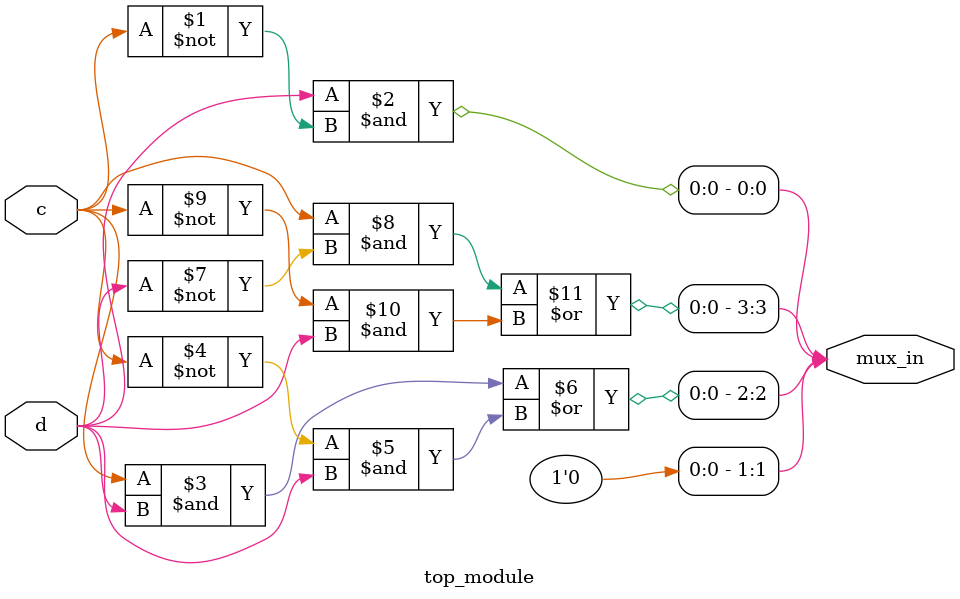
<source format=sv>
module top_module (
    input c,
    input d,
    output [3:0] mux_in
);

    // Assign values based on the Karnaugh map
    // mux_in[0] corresponds to ab = 00
    // mux_in[1] corresponds to ab = 01
    // mux_in[2] corresponds to ab = 11
    // mux_in[3] corresponds to ab = 10
    
    assign mux_in[0] = d & ~c;  // K-map value at cd = 00, ab = 00
    assign mux_in[1] = 0;       // K-map value at cd = 00, ab = 01
    assign mux_in[2] = (c & d) | (~c & d); // K-map value at cd = 00, ab = 11
    assign mux_in[3] = (c & ~d) | (~c & d) ; // K-map value at cd = 00, ab = 10
    
endmodule

</source>
